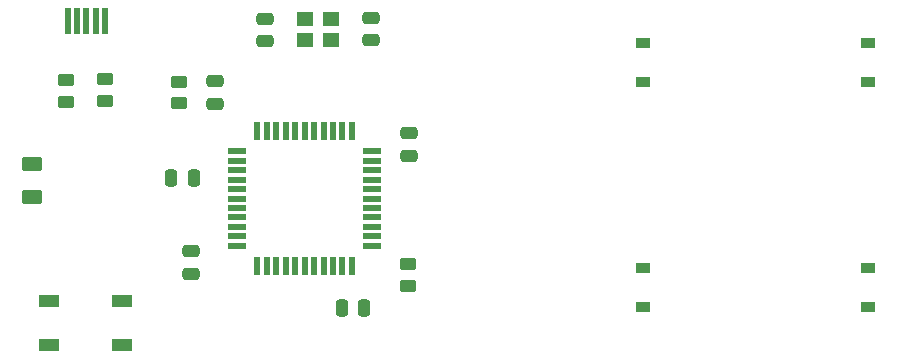
<source format=gbr>
%TF.GenerationSoftware,KiCad,Pcbnew,(6.0.9)*%
%TF.CreationDate,2022-11-11T17:54:53+11:00*%
%TF.ProjectId,Tomie2-Macro-Pad,546f6d69-6532-42d4-9d61-63726f2d5061,rev?*%
%TF.SameCoordinates,Original*%
%TF.FileFunction,Paste,Bot*%
%TF.FilePolarity,Positive*%
%FSLAX46Y46*%
G04 Gerber Fmt 4.6, Leading zero omitted, Abs format (unit mm)*
G04 Created by KiCad (PCBNEW (6.0.9)) date 2022-11-11 17:54:53*
%MOMM*%
%LPD*%
G01*
G04 APERTURE LIST*
G04 Aperture macros list*
%AMRoundRect*
0 Rectangle with rounded corners*
0 $1 Rounding radius*
0 $2 $3 $4 $5 $6 $7 $8 $9 X,Y pos of 4 corners*
0 Add a 4 corners polygon primitive as box body*
4,1,4,$2,$3,$4,$5,$6,$7,$8,$9,$2,$3,0*
0 Add four circle primitives for the rounded corners*
1,1,$1+$1,$2,$3*
1,1,$1+$1,$4,$5*
1,1,$1+$1,$6,$7*
1,1,$1+$1,$8,$9*
0 Add four rect primitives between the rounded corners*
20,1,$1+$1,$2,$3,$4,$5,0*
20,1,$1+$1,$4,$5,$6,$7,0*
20,1,$1+$1,$6,$7,$8,$9,0*
20,1,$1+$1,$8,$9,$2,$3,0*%
G04 Aperture macros list end*
%ADD10R,1.200000X0.900000*%
%ADD11RoundRect,0.250000X0.450000X-0.262500X0.450000X0.262500X-0.450000X0.262500X-0.450000X-0.262500X0*%
%ADD12RoundRect,0.250000X-0.475000X0.250000X-0.475000X-0.250000X0.475000X-0.250000X0.475000X0.250000X0*%
%ADD13R,1.800000X1.100000*%
%ADD14RoundRect,0.250000X0.475000X-0.250000X0.475000X0.250000X-0.475000X0.250000X-0.475000X-0.250000X0*%
%ADD15R,0.500000X2.250000*%
%ADD16R,1.400000X1.200000*%
%ADD17RoundRect,0.250000X-0.450000X0.262500X-0.450000X-0.262500X0.450000X-0.262500X0.450000X0.262500X0*%
%ADD18RoundRect,0.250000X0.250000X0.475000X-0.250000X0.475000X-0.250000X-0.475000X0.250000X-0.475000X0*%
%ADD19R,1.500000X0.550000*%
%ADD20R,0.550000X1.500000*%
%ADD21RoundRect,0.250000X-0.625000X0.375000X-0.625000X-0.375000X0.625000X-0.375000X0.625000X0.375000X0*%
G04 APERTURE END LIST*
D10*
%TO.C,D1*%
X97631250Y-100075000D03*
X97631250Y-96775000D03*
%TD*%
D11*
%TO.C,R3*%
X48768000Y-101774000D03*
X48768000Y-99949000D03*
%TD*%
D12*
%TO.C,C1*%
X74576000Y-94659000D03*
X74576000Y-96559000D03*
%TD*%
D10*
%TO.C,D2*%
X116681250Y-100075000D03*
X116681250Y-96775000D03*
%TD*%
D13*
%TO.C,SW1*%
X47319000Y-122373000D03*
X53519000Y-118673000D03*
X47319000Y-118673000D03*
X53519000Y-122373000D03*
%TD*%
D10*
%TO.C,D4*%
X116681250Y-119125000D03*
X116681250Y-115825000D03*
%TD*%
D12*
%TO.C,C7*%
X59309000Y-114432000D03*
X59309000Y-116332000D03*
%TD*%
D14*
%TO.C,C5*%
X77787500Y-106362500D03*
X77787500Y-104462500D03*
%TD*%
D15*
%TO.C,USB1*%
X52081250Y-94987500D03*
X51281250Y-94987500D03*
X50481250Y-94987500D03*
X49681250Y-94987500D03*
X48881250Y-94987500D03*
%TD*%
D11*
%TO.C,R1*%
X58293000Y-101901000D03*
X58293000Y-100076000D03*
%TD*%
D16*
%TO.C,Y1*%
X71167500Y-96520000D03*
X68967500Y-96520000D03*
X68967500Y-94820000D03*
X71167500Y-94820000D03*
%TD*%
D17*
%TO.C,R4*%
X77724000Y-115546500D03*
X77724000Y-117371500D03*
%TD*%
D14*
%TO.C,C2*%
X65559000Y-96681000D03*
X65559000Y-94781000D03*
%TD*%
D11*
%TO.C,R2*%
X52070000Y-101718750D03*
X52070000Y-99893750D03*
%TD*%
D18*
%TO.C,C3*%
X59558000Y-108204000D03*
X57658000Y-108204000D03*
%TD*%
%TO.C,C6*%
X73977500Y-119255500D03*
X72077500Y-119255500D03*
%TD*%
D19*
%TO.C,U1*%
X63261000Y-113984500D03*
X63261000Y-113184500D03*
X63261000Y-112384500D03*
X63261000Y-111584500D03*
X63261000Y-110784500D03*
X63261000Y-109984500D03*
X63261000Y-109184500D03*
X63261000Y-108384500D03*
X63261000Y-107584500D03*
X63261000Y-106784500D03*
X63261000Y-105984500D03*
D20*
X64961000Y-104284500D03*
X65761000Y-104284500D03*
X66561000Y-104284500D03*
X67361000Y-104284500D03*
X68161000Y-104284500D03*
X68961000Y-104284500D03*
X69761000Y-104284500D03*
X70561000Y-104284500D03*
X71361000Y-104284500D03*
X72161000Y-104284500D03*
X72961000Y-104284500D03*
D19*
X74661000Y-105984500D03*
X74661000Y-106784500D03*
X74661000Y-107584500D03*
X74661000Y-108384500D03*
X74661000Y-109184500D03*
X74661000Y-109984500D03*
X74661000Y-110784500D03*
X74661000Y-111584500D03*
X74661000Y-112384500D03*
X74661000Y-113184500D03*
X74661000Y-113984500D03*
D20*
X72961000Y-115684500D03*
X72161000Y-115684500D03*
X71361000Y-115684500D03*
X70561000Y-115684500D03*
X69761000Y-115684500D03*
X68961000Y-115684500D03*
X68161000Y-115684500D03*
X67361000Y-115684500D03*
X66561000Y-115684500D03*
X65761000Y-115684500D03*
X64961000Y-115684500D03*
%TD*%
D10*
%TO.C,D3*%
X97631250Y-119125000D03*
X97631250Y-115825000D03*
%TD*%
D21*
%TO.C,F1*%
X45847000Y-107058000D03*
X45847000Y-109858000D03*
%TD*%
D14*
%TO.C,C4*%
X61341000Y-101938500D03*
X61341000Y-100038500D03*
%TD*%
M02*

</source>
